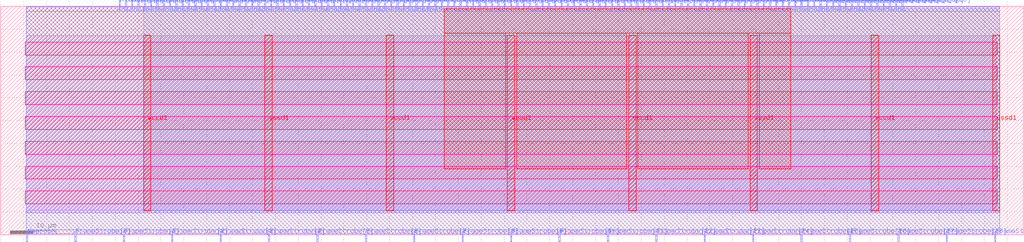
<source format=lef>
VERSION 5.7 ;
  NOWIREEXTENSIONATPIN ON ;
  DIVIDERCHAR "/" ;
  BUSBITCHARS "[]" ;
MACRO S_term_DSP
  CLASS BLOCK ;
  FOREIGN S_term_DSP ;
  ORIGIN 0.000 0.000 ;
  SIZE 223.500 BY 50.000 ;
  PIN FrameStrobe[0]
    DIRECTION INPUT ;
    USE SIGNAL ;
    ANTENNAGATEAREA 0.196500 ;
    PORT
      LAYER met2 ;
        RECT 16.190 -1.500 16.470 0.800 ;
    END
  END FrameStrobe[0]
  PIN FrameStrobe[10]
    DIRECTION INPUT ;
    USE SIGNAL ;
    ANTENNAGATEAREA 0.196500 ;
    PORT
      LAYER met2 ;
        RECT 121.990 -1.500 122.270 0.800 ;
    END
  END FrameStrobe[10]
  PIN FrameStrobe[11]
    DIRECTION INPUT ;
    USE SIGNAL ;
    ANTENNAGATEAREA 0.196500 ;
    PORT
      LAYER met2 ;
        RECT 132.570 -1.500 132.850 0.800 ;
    END
  END FrameStrobe[11]
  PIN FrameStrobe[12]
    DIRECTION INPUT ;
    USE SIGNAL ;
    ANTENNAGATEAREA 0.196500 ;
    PORT
      LAYER met2 ;
        RECT 143.150 -1.500 143.430 0.800 ;
    END
  END FrameStrobe[12]
  PIN FrameStrobe[13]
    DIRECTION INPUT ;
    USE SIGNAL ;
    ANTENNAGATEAREA 0.196500 ;
    PORT
      LAYER met2 ;
        RECT 153.730 -1.500 154.010 0.800 ;
    END
  END FrameStrobe[13]
  PIN FrameStrobe[14]
    DIRECTION INPUT ;
    USE SIGNAL ;
    ANTENNAGATEAREA 0.196500 ;
    PORT
      LAYER met2 ;
        RECT 164.310 -1.500 164.590 0.800 ;
    END
  END FrameStrobe[14]
  PIN FrameStrobe[15]
    DIRECTION INPUT ;
    USE SIGNAL ;
    ANTENNAGATEAREA 0.196500 ;
    PORT
      LAYER met2 ;
        RECT 174.890 -1.500 175.170 0.800 ;
    END
  END FrameStrobe[15]
  PIN FrameStrobe[16]
    DIRECTION INPUT ;
    USE SIGNAL ;
    ANTENNAGATEAREA 0.196500 ;
    PORT
      LAYER met2 ;
        RECT 185.470 -1.500 185.750 0.800 ;
    END
  END FrameStrobe[16]
  PIN FrameStrobe[17]
    DIRECTION INPUT ;
    USE SIGNAL ;
    ANTENNAGATEAREA 0.196500 ;
    PORT
      LAYER met2 ;
        RECT 196.050 -1.500 196.330 0.800 ;
    END
  END FrameStrobe[17]
  PIN FrameStrobe[18]
    DIRECTION INPUT ;
    USE SIGNAL ;
    ANTENNAGATEAREA 0.196500 ;
    PORT
      LAYER met2 ;
        RECT 206.630 -1.500 206.910 0.800 ;
    END
  END FrameStrobe[18]
  PIN FrameStrobe[19]
    DIRECTION INPUT ;
    USE SIGNAL ;
    ANTENNAGATEAREA 0.196500 ;
    PORT
      LAYER met2 ;
        RECT 217.210 -1.500 217.490 0.800 ;
    END
  END FrameStrobe[19]
  PIN FrameStrobe[1]
    DIRECTION INPUT ;
    USE SIGNAL ;
    ANTENNAGATEAREA 0.196500 ;
    PORT
      LAYER met2 ;
        RECT 26.770 -1.500 27.050 0.800 ;
    END
  END FrameStrobe[1]
  PIN FrameStrobe[2]
    DIRECTION INPUT ;
    USE SIGNAL ;
    ANTENNAGATEAREA 0.196500 ;
    PORT
      LAYER met2 ;
        RECT 37.350 -1.500 37.630 0.800 ;
    END
  END FrameStrobe[2]
  PIN FrameStrobe[3]
    DIRECTION INPUT ;
    USE SIGNAL ;
    ANTENNAGATEAREA 0.196500 ;
    PORT
      LAYER met2 ;
        RECT 47.930 -1.500 48.210 0.800 ;
    END
  END FrameStrobe[3]
  PIN FrameStrobe[4]
    DIRECTION INPUT ;
    USE SIGNAL ;
    ANTENNAGATEAREA 0.196500 ;
    PORT
      LAYER met2 ;
        RECT 58.510 -1.500 58.790 0.800 ;
    END
  END FrameStrobe[4]
  PIN FrameStrobe[5]
    DIRECTION INPUT ;
    USE SIGNAL ;
    ANTENNAGATEAREA 0.196500 ;
    PORT
      LAYER met2 ;
        RECT 69.090 -1.500 69.370 0.800 ;
    END
  END FrameStrobe[5]
  PIN FrameStrobe[6]
    DIRECTION INPUT ;
    USE SIGNAL ;
    ANTENNAGATEAREA 0.196500 ;
    PORT
      LAYER met2 ;
        RECT 79.670 -1.500 79.950 0.800 ;
    END
  END FrameStrobe[6]
  PIN FrameStrobe[7]
    DIRECTION INPUT ;
    USE SIGNAL ;
    ANTENNAGATEAREA 0.196500 ;
    PORT
      LAYER met2 ;
        RECT 90.250 -1.500 90.530 0.800 ;
    END
  END FrameStrobe[7]
  PIN FrameStrobe[8]
    DIRECTION INPUT ;
    USE SIGNAL ;
    ANTENNAGATEAREA 0.196500 ;
    PORT
      LAYER met2 ;
        RECT 100.830 -1.500 101.110 0.800 ;
    END
  END FrameStrobe[8]
  PIN FrameStrobe[9]
    DIRECTION INPUT ;
    USE SIGNAL ;
    ANTENNAGATEAREA 0.196500 ;
    PORT
      LAYER met2 ;
        RECT 111.410 -1.500 111.690 0.800 ;
    END
  END FrameStrobe[9]
  PIN FrameStrobe_O[0]
    DIRECTION OUTPUT TRISTATE ;
    USE SIGNAL ;
    ANTENNADIFFAREA 0.795200 ;
    PORT
      LAYER met2 ;
        RECT 170.750 49.200 171.030 51.500 ;
    END
  END FrameStrobe_O[0]
  PIN FrameStrobe_O[10]
    DIRECTION OUTPUT TRISTATE ;
    USE SIGNAL ;
    ANTENNADIFFAREA 0.795200 ;
    PORT
      LAYER met2 ;
        RECT 184.550 49.200 184.830 51.500 ;
    END
  END FrameStrobe_O[10]
  PIN FrameStrobe_O[11]
    DIRECTION OUTPUT TRISTATE ;
    USE SIGNAL ;
    ANTENNADIFFAREA 0.795200 ;
    PORT
      LAYER met2 ;
        RECT 185.930 49.200 186.210 51.500 ;
    END
  END FrameStrobe_O[11]
  PIN FrameStrobe_O[12]
    DIRECTION OUTPUT TRISTATE ;
    USE SIGNAL ;
    ANTENNADIFFAREA 0.795200 ;
    PORT
      LAYER met2 ;
        RECT 187.310 49.200 187.590 51.500 ;
    END
  END FrameStrobe_O[12]
  PIN FrameStrobe_O[13]
    DIRECTION OUTPUT TRISTATE ;
    USE SIGNAL ;
    ANTENNADIFFAREA 0.795200 ;
    PORT
      LAYER met2 ;
        RECT 188.690 49.200 188.970 51.500 ;
    END
  END FrameStrobe_O[13]
  PIN FrameStrobe_O[14]
    DIRECTION OUTPUT TRISTATE ;
    USE SIGNAL ;
    ANTENNADIFFAREA 0.795200 ;
    PORT
      LAYER met2 ;
        RECT 190.070 49.200 190.350 51.500 ;
    END
  END FrameStrobe_O[14]
  PIN FrameStrobe_O[15]
    DIRECTION OUTPUT TRISTATE ;
    USE SIGNAL ;
    ANTENNADIFFAREA 0.795200 ;
    PORT
      LAYER met2 ;
        RECT 191.450 49.200 191.730 51.500 ;
    END
  END FrameStrobe_O[15]
  PIN FrameStrobe_O[16]
    DIRECTION OUTPUT TRISTATE ;
    USE SIGNAL ;
    ANTENNADIFFAREA 0.795200 ;
    PORT
      LAYER met2 ;
        RECT 192.830 49.200 193.110 51.500 ;
    END
  END FrameStrobe_O[16]
  PIN FrameStrobe_O[17]
    DIRECTION OUTPUT TRISTATE ;
    USE SIGNAL ;
    ANTENNADIFFAREA 0.795200 ;
    PORT
      LAYER met2 ;
        RECT 194.210 49.200 194.490 51.500 ;
    END
  END FrameStrobe_O[17]
  PIN FrameStrobe_O[18]
    DIRECTION OUTPUT TRISTATE ;
    USE SIGNAL ;
    ANTENNADIFFAREA 0.795200 ;
    PORT
      LAYER met2 ;
        RECT 195.590 49.200 195.870 51.500 ;
    END
  END FrameStrobe_O[18]
  PIN FrameStrobe_O[19]
    DIRECTION OUTPUT TRISTATE ;
    USE SIGNAL ;
    ANTENNADIFFAREA 0.795200 ;
    PORT
      LAYER met2 ;
        RECT 196.970 49.200 197.250 51.500 ;
    END
  END FrameStrobe_O[19]
  PIN FrameStrobe_O[1]
    DIRECTION OUTPUT TRISTATE ;
    USE SIGNAL ;
    ANTENNADIFFAREA 0.795200 ;
    PORT
      LAYER met2 ;
        RECT 172.130 49.200 172.410 51.500 ;
    END
  END FrameStrobe_O[1]
  PIN FrameStrobe_O[2]
    DIRECTION OUTPUT TRISTATE ;
    USE SIGNAL ;
    ANTENNADIFFAREA 0.795200 ;
    PORT
      LAYER met2 ;
        RECT 173.510 49.200 173.790 51.500 ;
    END
  END FrameStrobe_O[2]
  PIN FrameStrobe_O[3]
    DIRECTION OUTPUT TRISTATE ;
    USE SIGNAL ;
    ANTENNADIFFAREA 0.795200 ;
    PORT
      LAYER met2 ;
        RECT 174.890 49.200 175.170 51.500 ;
    END
  END FrameStrobe_O[3]
  PIN FrameStrobe_O[4]
    DIRECTION OUTPUT TRISTATE ;
    USE SIGNAL ;
    ANTENNADIFFAREA 0.795200 ;
    PORT
      LAYER met2 ;
        RECT 176.270 49.200 176.550 51.500 ;
    END
  END FrameStrobe_O[4]
  PIN FrameStrobe_O[5]
    DIRECTION OUTPUT TRISTATE ;
    USE SIGNAL ;
    ANTENNADIFFAREA 0.795200 ;
    PORT
      LAYER met2 ;
        RECT 177.650 49.200 177.930 51.500 ;
    END
  END FrameStrobe_O[5]
  PIN FrameStrobe_O[6]
    DIRECTION OUTPUT TRISTATE ;
    USE SIGNAL ;
    ANTENNADIFFAREA 0.795200 ;
    PORT
      LAYER met2 ;
        RECT 179.030 49.200 179.310 51.500 ;
    END
  END FrameStrobe_O[6]
  PIN FrameStrobe_O[7]
    DIRECTION OUTPUT TRISTATE ;
    USE SIGNAL ;
    ANTENNADIFFAREA 0.795200 ;
    PORT
      LAYER met2 ;
        RECT 180.410 49.200 180.690 51.500 ;
    END
  END FrameStrobe_O[7]
  PIN FrameStrobe_O[8]
    DIRECTION OUTPUT TRISTATE ;
    USE SIGNAL ;
    ANTENNADIFFAREA 0.795200 ;
    PORT
      LAYER met2 ;
        RECT 181.790 49.200 182.070 51.500 ;
    END
  END FrameStrobe_O[8]
  PIN FrameStrobe_O[9]
    DIRECTION OUTPUT TRISTATE ;
    USE SIGNAL ;
    ANTENNADIFFAREA 0.795200 ;
    PORT
      LAYER met2 ;
        RECT 183.170 49.200 183.450 51.500 ;
    END
  END FrameStrobe_O[9]
  PIN N1BEG[0]
    DIRECTION OUTPUT TRISTATE ;
    USE SIGNAL ;
    ANTENNADIFFAREA 0.445500 ;
    PORT
      LAYER met2 ;
        RECT 25.850 49.200 26.130 51.500 ;
    END
  END N1BEG[0]
  PIN N1BEG[1]
    DIRECTION OUTPUT TRISTATE ;
    USE SIGNAL ;
    ANTENNADIFFAREA 0.795200 ;
    PORT
      LAYER met2 ;
        RECT 27.230 49.200 27.510 51.500 ;
    END
  END N1BEG[1]
  PIN N1BEG[2]
    DIRECTION OUTPUT TRISTATE ;
    USE SIGNAL ;
    ANTENNADIFFAREA 0.795200 ;
    PORT
      LAYER met2 ;
        RECT 28.610 49.200 28.890 51.500 ;
    END
  END N1BEG[2]
  PIN N1BEG[3]
    DIRECTION OUTPUT TRISTATE ;
    USE SIGNAL ;
    ANTENNADIFFAREA 0.795200 ;
    PORT
      LAYER met2 ;
        RECT 29.990 49.200 30.270 51.500 ;
    END
  END N1BEG[3]
  PIN N2BEG[0]
    DIRECTION OUTPUT TRISTATE ;
    USE SIGNAL ;
    ANTENNADIFFAREA 0.445500 ;
    PORT
      LAYER met2 ;
        RECT 31.370 49.200 31.650 51.500 ;
    END
  END N2BEG[0]
  PIN N2BEG[1]
    DIRECTION OUTPUT TRISTATE ;
    USE SIGNAL ;
    ANTENNADIFFAREA 0.795200 ;
    PORT
      LAYER met2 ;
        RECT 32.750 49.200 33.030 51.500 ;
    END
  END N2BEG[1]
  PIN N2BEG[2]
    DIRECTION OUTPUT TRISTATE ;
    USE SIGNAL ;
    ANTENNADIFFAREA 0.795200 ;
    PORT
      LAYER met2 ;
        RECT 34.130 49.200 34.410 51.500 ;
    END
  END N2BEG[2]
  PIN N2BEG[3]
    DIRECTION OUTPUT TRISTATE ;
    USE SIGNAL ;
    ANTENNADIFFAREA 0.795200 ;
    PORT
      LAYER met2 ;
        RECT 35.510 49.200 35.790 51.500 ;
    END
  END N2BEG[3]
  PIN N2BEG[4]
    DIRECTION OUTPUT TRISTATE ;
    USE SIGNAL ;
    ANTENNADIFFAREA 0.445500 ;
    PORT
      LAYER met2 ;
        RECT 36.890 49.200 37.170 51.500 ;
    END
  END N2BEG[4]
  PIN N2BEG[5]
    DIRECTION OUTPUT TRISTATE ;
    USE SIGNAL ;
    ANTENNADIFFAREA 0.445500 ;
    PORT
      LAYER met2 ;
        RECT 38.270 49.200 38.550 51.500 ;
    END
  END N2BEG[5]
  PIN N2BEG[6]
    DIRECTION OUTPUT TRISTATE ;
    USE SIGNAL ;
    ANTENNADIFFAREA 0.445500 ;
    PORT
      LAYER met2 ;
        RECT 39.650 49.200 39.930 51.500 ;
    END
  END N2BEG[6]
  PIN N2BEG[7]
    DIRECTION OUTPUT TRISTATE ;
    USE SIGNAL ;
    ANTENNADIFFAREA 0.795200 ;
    PORT
      LAYER met2 ;
        RECT 41.030 49.200 41.310 51.500 ;
    END
  END N2BEG[7]
  PIN N2BEGb[0]
    DIRECTION OUTPUT TRISTATE ;
    USE SIGNAL ;
    ANTENNADIFFAREA 0.795200 ;
    PORT
      LAYER met2 ;
        RECT 42.410 49.200 42.690 51.500 ;
    END
  END N2BEGb[0]
  PIN N2BEGb[1]
    DIRECTION OUTPUT TRISTATE ;
    USE SIGNAL ;
    ANTENNADIFFAREA 0.795200 ;
    PORT
      LAYER met2 ;
        RECT 43.790 49.200 44.070 51.500 ;
    END
  END N2BEGb[1]
  PIN N2BEGb[2]
    DIRECTION OUTPUT TRISTATE ;
    USE SIGNAL ;
    ANTENNADIFFAREA 0.445500 ;
    PORT
      LAYER met2 ;
        RECT 45.170 49.200 45.450 51.500 ;
    END
  END N2BEGb[2]
  PIN N2BEGb[3]
    DIRECTION OUTPUT TRISTATE ;
    USE SIGNAL ;
    ANTENNADIFFAREA 0.795200 ;
    PORT
      LAYER met2 ;
        RECT 46.550 49.200 46.830 51.500 ;
    END
  END N2BEGb[3]
  PIN N2BEGb[4]
    DIRECTION OUTPUT TRISTATE ;
    USE SIGNAL ;
    ANTENNADIFFAREA 0.795200 ;
    PORT
      LAYER met2 ;
        RECT 47.930 49.200 48.210 51.500 ;
    END
  END N2BEGb[4]
  PIN N2BEGb[5]
    DIRECTION OUTPUT TRISTATE ;
    USE SIGNAL ;
    ANTENNADIFFAREA 0.795200 ;
    PORT
      LAYER met2 ;
        RECT 49.310 49.200 49.590 51.500 ;
    END
  END N2BEGb[5]
  PIN N2BEGb[6]
    DIRECTION OUTPUT TRISTATE ;
    USE SIGNAL ;
    ANTENNADIFFAREA 0.445500 ;
    PORT
      LAYER met2 ;
        RECT 50.690 49.200 50.970 51.500 ;
    END
  END N2BEGb[6]
  PIN N2BEGb[7]
    DIRECTION OUTPUT TRISTATE ;
    USE SIGNAL ;
    ANTENNADIFFAREA 0.795200 ;
    PORT
      LAYER met2 ;
        RECT 52.070 49.200 52.350 51.500 ;
    END
  END N2BEGb[7]
  PIN N4BEG[0]
    DIRECTION OUTPUT TRISTATE ;
    USE SIGNAL ;
    ANTENNADIFFAREA 0.445500 ;
    PORT
      LAYER met2 ;
        RECT 53.450 49.200 53.730 51.500 ;
    END
  END N4BEG[0]
  PIN N4BEG[10]
    DIRECTION OUTPUT TRISTATE ;
    USE SIGNAL ;
    ANTENNADIFFAREA 0.795200 ;
    PORT
      LAYER met2 ;
        RECT 67.250 49.200 67.530 51.500 ;
    END
  END N4BEG[10]
  PIN N4BEG[11]
    DIRECTION OUTPUT TRISTATE ;
    USE SIGNAL ;
    ANTENNADIFFAREA 0.445500 ;
    PORT
      LAYER met2 ;
        RECT 68.630 49.200 68.910 51.500 ;
    END
  END N4BEG[11]
  PIN N4BEG[12]
    DIRECTION OUTPUT TRISTATE ;
    USE SIGNAL ;
    ANTENNADIFFAREA 0.795200 ;
    PORT
      LAYER met2 ;
        RECT 70.010 49.200 70.290 51.500 ;
    END
  END N4BEG[12]
  PIN N4BEG[13]
    DIRECTION OUTPUT TRISTATE ;
    USE SIGNAL ;
    ANTENNADIFFAREA 0.795200 ;
    PORT
      LAYER met2 ;
        RECT 71.390 49.200 71.670 51.500 ;
    END
  END N4BEG[13]
  PIN N4BEG[14]
    DIRECTION OUTPUT TRISTATE ;
    USE SIGNAL ;
    ANTENNADIFFAREA 0.445500 ;
    PORT
      LAYER met2 ;
        RECT 72.770 49.200 73.050 51.500 ;
    END
  END N4BEG[14]
  PIN N4BEG[15]
    DIRECTION OUTPUT TRISTATE ;
    USE SIGNAL ;
    ANTENNADIFFAREA 0.795200 ;
    PORT
      LAYER met2 ;
        RECT 74.150 49.200 74.430 51.500 ;
    END
  END N4BEG[15]
  PIN N4BEG[1]
    DIRECTION OUTPUT TRISTATE ;
    USE SIGNAL ;
    ANTENNADIFFAREA 0.795200 ;
    PORT
      LAYER met2 ;
        RECT 54.830 49.200 55.110 51.500 ;
    END
  END N4BEG[1]
  PIN N4BEG[2]
    DIRECTION OUTPUT TRISTATE ;
    USE SIGNAL ;
    ANTENNADIFFAREA 0.795200 ;
    PORT
      LAYER met2 ;
        RECT 56.210 49.200 56.490 51.500 ;
    END
  END N4BEG[2]
  PIN N4BEG[3]
    DIRECTION OUTPUT TRISTATE ;
    USE SIGNAL ;
    ANTENNADIFFAREA 0.445500 ;
    PORT
      LAYER met2 ;
        RECT 57.590 49.200 57.870 51.500 ;
    END
  END N4BEG[3]
  PIN N4BEG[4]
    DIRECTION OUTPUT TRISTATE ;
    USE SIGNAL ;
    ANTENNADIFFAREA 0.795200 ;
    PORT
      LAYER met2 ;
        RECT 58.970 49.200 59.250 51.500 ;
    END
  END N4BEG[4]
  PIN N4BEG[5]
    DIRECTION OUTPUT TRISTATE ;
    USE SIGNAL ;
    ANTENNADIFFAREA 0.445500 ;
    PORT
      LAYER met2 ;
        RECT 60.350 49.200 60.630 51.500 ;
    END
  END N4BEG[5]
  PIN N4BEG[6]
    DIRECTION OUTPUT TRISTATE ;
    USE SIGNAL ;
    ANTENNADIFFAREA 0.795200 ;
    PORT
      LAYER met2 ;
        RECT 61.730 49.200 62.010 51.500 ;
    END
  END N4BEG[6]
  PIN N4BEG[7]
    DIRECTION OUTPUT TRISTATE ;
    USE SIGNAL ;
    ANTENNADIFFAREA 0.795200 ;
    PORT
      LAYER met2 ;
        RECT 63.110 49.200 63.390 51.500 ;
    END
  END N4BEG[7]
  PIN N4BEG[8]
    DIRECTION OUTPUT TRISTATE ;
    USE SIGNAL ;
    ANTENNADIFFAREA 0.445500 ;
    PORT
      LAYER met2 ;
        RECT 64.490 49.200 64.770 51.500 ;
    END
  END N4BEG[8]
  PIN N4BEG[9]
    DIRECTION OUTPUT TRISTATE ;
    USE SIGNAL ;
    ANTENNADIFFAREA 0.445500 ;
    PORT
      LAYER met2 ;
        RECT 65.870 49.200 66.150 51.500 ;
    END
  END N4BEG[9]
  PIN NN4BEG[0]
    DIRECTION OUTPUT TRISTATE ;
    USE SIGNAL ;
    ANTENNADIFFAREA 0.795200 ;
    PORT
      LAYER met2 ;
        RECT 75.530 49.200 75.810 51.500 ;
    END
  END NN4BEG[0]
  PIN NN4BEG[10]
    DIRECTION OUTPUT TRISTATE ;
    USE SIGNAL ;
    ANTENNADIFFAREA 0.795200 ;
    PORT
      LAYER met2 ;
        RECT 89.330 49.200 89.610 51.500 ;
    END
  END NN4BEG[10]
  PIN NN4BEG[11]
    DIRECTION OUTPUT TRISTATE ;
    USE SIGNAL ;
    ANTENNADIFFAREA 0.795200 ;
    PORT
      LAYER met2 ;
        RECT 90.710 49.200 90.990 51.500 ;
    END
  END NN4BEG[11]
  PIN NN4BEG[12]
    DIRECTION OUTPUT TRISTATE ;
    USE SIGNAL ;
    ANTENNADIFFAREA 0.445500 ;
    PORT
      LAYER met2 ;
        RECT 92.090 49.200 92.370 51.500 ;
    END
  END NN4BEG[12]
  PIN NN4BEG[13]
    DIRECTION OUTPUT TRISTATE ;
    USE SIGNAL ;
    ANTENNADIFFAREA 0.445500 ;
    PORT
      LAYER met2 ;
        RECT 93.470 49.200 93.750 51.500 ;
    END
  END NN4BEG[13]
  PIN NN4BEG[14]
    DIRECTION OUTPUT TRISTATE ;
    USE SIGNAL ;
    ANTENNADIFFAREA 0.795200 ;
    PORT
      LAYER met2 ;
        RECT 94.850 49.200 95.130 51.500 ;
    END
  END NN4BEG[14]
  PIN NN4BEG[15]
    DIRECTION OUTPUT TRISTATE ;
    USE SIGNAL ;
    ANTENNADIFFAREA 0.795200 ;
    PORT
      LAYER met2 ;
        RECT 96.230 49.200 96.510 51.500 ;
    END
  END NN4BEG[15]
  PIN NN4BEG[1]
    DIRECTION OUTPUT TRISTATE ;
    USE SIGNAL ;
    ANTENNADIFFAREA 0.795200 ;
    PORT
      LAYER met2 ;
        RECT 76.910 49.200 77.190 51.500 ;
    END
  END NN4BEG[1]
  PIN NN4BEG[2]
    DIRECTION OUTPUT TRISTATE ;
    USE SIGNAL ;
    ANTENNADIFFAREA 0.445500 ;
    PORT
      LAYER met2 ;
        RECT 78.290 49.200 78.570 51.500 ;
    END
  END NN4BEG[2]
  PIN NN4BEG[3]
    DIRECTION OUTPUT TRISTATE ;
    USE SIGNAL ;
    ANTENNADIFFAREA 0.795200 ;
    PORT
      LAYER met2 ;
        RECT 79.670 49.200 79.950 51.500 ;
    END
  END NN4BEG[3]
  PIN NN4BEG[4]
    DIRECTION OUTPUT TRISTATE ;
    USE SIGNAL ;
    ANTENNADIFFAREA 0.445500 ;
    PORT
      LAYER met2 ;
        RECT 81.050 49.200 81.330 51.500 ;
    END
  END NN4BEG[4]
  PIN NN4BEG[5]
    DIRECTION OUTPUT TRISTATE ;
    USE SIGNAL ;
    ANTENNADIFFAREA 0.795200 ;
    PORT
      LAYER met2 ;
        RECT 82.430 49.200 82.710 51.500 ;
    END
  END NN4BEG[5]
  PIN NN4BEG[6]
    DIRECTION OUTPUT TRISTATE ;
    USE SIGNAL ;
    ANTENNADIFFAREA 0.795200 ;
    PORT
      LAYER met2 ;
        RECT 83.810 49.200 84.090 51.500 ;
    END
  END NN4BEG[6]
  PIN NN4BEG[7]
    DIRECTION OUTPUT TRISTATE ;
    USE SIGNAL ;
    ANTENNADIFFAREA 0.795200 ;
    PORT
      LAYER met2 ;
        RECT 85.190 49.200 85.470 51.500 ;
    END
  END NN4BEG[7]
  PIN NN4BEG[8]
    DIRECTION OUTPUT TRISTATE ;
    USE SIGNAL ;
    ANTENNADIFFAREA 0.445500 ;
    PORT
      LAYER met2 ;
        RECT 86.570 49.200 86.850 51.500 ;
    END
  END NN4BEG[8]
  PIN NN4BEG[9]
    DIRECTION OUTPUT TRISTATE ;
    USE SIGNAL ;
    ANTENNADIFFAREA 0.445500 ;
    PORT
      LAYER met2 ;
        RECT 87.950 49.200 88.230 51.500 ;
    END
  END NN4BEG[9]
  PIN S1END[0]
    DIRECTION INPUT ;
    USE SIGNAL ;
    ANTENNAGATEAREA 0.196500 ;
    PORT
      LAYER met2 ;
        RECT 97.610 49.200 97.890 51.500 ;
    END
  END S1END[0]
  PIN S1END[1]
    DIRECTION INPUT ;
    USE SIGNAL ;
    ANTENNAGATEAREA 0.196500 ;
    PORT
      LAYER met2 ;
        RECT 98.990 49.200 99.270 51.500 ;
    END
  END S1END[1]
  PIN S1END[2]
    DIRECTION INPUT ;
    USE SIGNAL ;
    ANTENNAGATEAREA 0.196500 ;
    PORT
      LAYER met2 ;
        RECT 100.370 49.200 100.650 51.500 ;
    END
  END S1END[2]
  PIN S1END[3]
    DIRECTION INPUT ;
    USE SIGNAL ;
    ANTENNAGATEAREA 0.196500 ;
    PORT
      LAYER met2 ;
        RECT 101.750 49.200 102.030 51.500 ;
    END
  END S1END[3]
  PIN S2END[0]
    DIRECTION INPUT ;
    USE SIGNAL ;
    ANTENNAGATEAREA 0.196500 ;
    PORT
      LAYER met2 ;
        RECT 103.130 49.200 103.410 51.500 ;
    END
  END S2END[0]
  PIN S2END[1]
    DIRECTION INPUT ;
    USE SIGNAL ;
    ANTENNAGATEAREA 0.196500 ;
    PORT
      LAYER met2 ;
        RECT 104.510 49.200 104.790 51.500 ;
    END
  END S2END[1]
  PIN S2END[2]
    DIRECTION INPUT ;
    USE SIGNAL ;
    ANTENNAGATEAREA 0.196500 ;
    PORT
      LAYER met2 ;
        RECT 105.890 49.200 106.170 51.500 ;
    END
  END S2END[2]
  PIN S2END[3]
    DIRECTION INPUT ;
    USE SIGNAL ;
    ANTENNAGATEAREA 0.196500 ;
    PORT
      LAYER met2 ;
        RECT 107.270 49.200 107.550 51.500 ;
    END
  END S2END[3]
  PIN S2END[4]
    DIRECTION INPUT ;
    USE SIGNAL ;
    ANTENNAGATEAREA 0.196500 ;
    PORT
      LAYER met2 ;
        RECT 108.650 49.200 108.930 51.500 ;
    END
  END S2END[4]
  PIN S2END[5]
    DIRECTION INPUT ;
    USE SIGNAL ;
    ANTENNAGATEAREA 0.196500 ;
    PORT
      LAYER met2 ;
        RECT 110.030 49.200 110.310 51.500 ;
    END
  END S2END[5]
  PIN S2END[6]
    DIRECTION INPUT ;
    USE SIGNAL ;
    ANTENNAGATEAREA 0.196500 ;
    PORT
      LAYER met2 ;
        RECT 111.410 49.200 111.690 51.500 ;
    END
  END S2END[6]
  PIN S2END[7]
    DIRECTION INPUT ;
    USE SIGNAL ;
    ANTENNAGATEAREA 0.196500 ;
    PORT
      LAYER met2 ;
        RECT 112.790 49.200 113.070 51.500 ;
    END
  END S2END[7]
  PIN S2MID[0]
    DIRECTION INPUT ;
    USE SIGNAL ;
    ANTENNAGATEAREA 0.196500 ;
    PORT
      LAYER met2 ;
        RECT 114.170 49.200 114.450 51.500 ;
    END
  END S2MID[0]
  PIN S2MID[1]
    DIRECTION INPUT ;
    USE SIGNAL ;
    ANTENNAGATEAREA 0.196500 ;
    PORT
      LAYER met2 ;
        RECT 115.550 49.200 115.830 51.500 ;
    END
  END S2MID[1]
  PIN S2MID[2]
    DIRECTION INPUT ;
    USE SIGNAL ;
    ANTENNAGATEAREA 0.196500 ;
    PORT
      LAYER met2 ;
        RECT 116.930 49.200 117.210 51.500 ;
    END
  END S2MID[2]
  PIN S2MID[3]
    DIRECTION INPUT ;
    USE SIGNAL ;
    ANTENNAGATEAREA 0.196500 ;
    PORT
      LAYER met2 ;
        RECT 118.310 49.200 118.590 51.500 ;
    END
  END S2MID[3]
  PIN S2MID[4]
    DIRECTION INPUT ;
    USE SIGNAL ;
    ANTENNAGATEAREA 0.196500 ;
    PORT
      LAYER met2 ;
        RECT 119.690 49.200 119.970 51.500 ;
    END
  END S2MID[4]
  PIN S2MID[5]
    DIRECTION INPUT ;
    USE SIGNAL ;
    ANTENNAGATEAREA 0.196500 ;
    PORT
      LAYER met2 ;
        RECT 121.070 49.200 121.350 51.500 ;
    END
  END S2MID[5]
  PIN S2MID[6]
    DIRECTION INPUT ;
    USE SIGNAL ;
    ANTENNAGATEAREA 0.196500 ;
    PORT
      LAYER met2 ;
        RECT 122.450 49.200 122.730 51.500 ;
    END
  END S2MID[6]
  PIN S2MID[7]
    DIRECTION INPUT ;
    USE SIGNAL ;
    ANTENNAGATEAREA 0.196500 ;
    PORT
      LAYER met2 ;
        RECT 123.830 49.200 124.110 51.500 ;
    END
  END S2MID[7]
  PIN S4END[0]
    DIRECTION INPUT ;
    USE SIGNAL ;
    ANTENNAGATEAREA 0.196500 ;
    PORT
      LAYER met2 ;
        RECT 125.210 49.200 125.490 51.500 ;
    END
  END S4END[0]
  PIN S4END[10]
    DIRECTION INPUT ;
    USE SIGNAL ;
    ANTENNAGATEAREA 0.196500 ;
    PORT
      LAYER met2 ;
        RECT 139.010 49.200 139.290 51.500 ;
    END
  END S4END[10]
  PIN S4END[11]
    DIRECTION INPUT ;
    USE SIGNAL ;
    ANTENNAGATEAREA 0.196500 ;
    PORT
      LAYER met2 ;
        RECT 140.390 49.200 140.670 51.500 ;
    END
  END S4END[11]
  PIN S4END[12]
    DIRECTION INPUT ;
    USE SIGNAL ;
    ANTENNAGATEAREA 0.196500 ;
    PORT
      LAYER met2 ;
        RECT 141.770 49.200 142.050 51.500 ;
    END
  END S4END[12]
  PIN S4END[13]
    DIRECTION INPUT ;
    USE SIGNAL ;
    ANTENNAGATEAREA 0.196500 ;
    PORT
      LAYER met2 ;
        RECT 143.150 49.200 143.430 51.500 ;
    END
  END S4END[13]
  PIN S4END[14]
    DIRECTION INPUT ;
    USE SIGNAL ;
    ANTENNAGATEAREA 0.196500 ;
    PORT
      LAYER met2 ;
        RECT 144.530 49.200 144.810 51.500 ;
    END
  END S4END[14]
  PIN S4END[15]
    DIRECTION INPUT ;
    USE SIGNAL ;
    ANTENNAGATEAREA 0.196500 ;
    PORT
      LAYER met2 ;
        RECT 145.910 49.200 146.190 51.500 ;
    END
  END S4END[15]
  PIN S4END[1]
    DIRECTION INPUT ;
    USE SIGNAL ;
    ANTENNAGATEAREA 0.196500 ;
    PORT
      LAYER met2 ;
        RECT 126.590 49.200 126.870 51.500 ;
    END
  END S4END[1]
  PIN S4END[2]
    DIRECTION INPUT ;
    USE SIGNAL ;
    ANTENNAGATEAREA 0.196500 ;
    PORT
      LAYER met2 ;
        RECT 127.970 49.200 128.250 51.500 ;
    END
  END S4END[2]
  PIN S4END[3]
    DIRECTION INPUT ;
    USE SIGNAL ;
    ANTENNAGATEAREA 0.196500 ;
    PORT
      LAYER met2 ;
        RECT 129.350 49.200 129.630 51.500 ;
    END
  END S4END[3]
  PIN S4END[4]
    DIRECTION INPUT ;
    USE SIGNAL ;
    ANTENNAGATEAREA 0.196500 ;
    PORT
      LAYER met2 ;
        RECT 130.730 49.200 131.010 51.500 ;
    END
  END S4END[4]
  PIN S4END[5]
    DIRECTION INPUT ;
    USE SIGNAL ;
    ANTENNAGATEAREA 0.196500 ;
    PORT
      LAYER met2 ;
        RECT 132.110 49.200 132.390 51.500 ;
    END
  END S4END[5]
  PIN S4END[6]
    DIRECTION INPUT ;
    USE SIGNAL ;
    ANTENNAGATEAREA 0.196500 ;
    PORT
      LAYER met2 ;
        RECT 133.490 49.200 133.770 51.500 ;
    END
  END S4END[6]
  PIN S4END[7]
    DIRECTION INPUT ;
    USE SIGNAL ;
    ANTENNAGATEAREA 0.196500 ;
    PORT
      LAYER met2 ;
        RECT 134.870 49.200 135.150 51.500 ;
    END
  END S4END[7]
  PIN S4END[8]
    DIRECTION INPUT ;
    USE SIGNAL ;
    ANTENNAGATEAREA 0.196500 ;
    PORT
      LAYER met2 ;
        RECT 136.250 49.200 136.530 51.500 ;
    END
  END S4END[8]
  PIN S4END[9]
    DIRECTION INPUT ;
    USE SIGNAL ;
    ANTENNAGATEAREA 0.196500 ;
    PORT
      LAYER met2 ;
        RECT 137.630 49.200 137.910 51.500 ;
    END
  END S4END[9]
  PIN SS4END[0]
    DIRECTION INPUT ;
    USE SIGNAL ;
    ANTENNAGATEAREA 0.196500 ;
    PORT
      LAYER met2 ;
        RECT 147.290 49.200 147.570 51.500 ;
    END
  END SS4END[0]
  PIN SS4END[10]
    DIRECTION INPUT ;
    USE SIGNAL ;
    ANTENNAGATEAREA 0.196500 ;
    PORT
      LAYER met2 ;
        RECT 161.090 49.200 161.370 51.500 ;
    END
  END SS4END[10]
  PIN SS4END[11]
    DIRECTION INPUT ;
    USE SIGNAL ;
    ANTENNAGATEAREA 0.196500 ;
    PORT
      LAYER met2 ;
        RECT 162.470 49.200 162.750 51.500 ;
    END
  END SS4END[11]
  PIN SS4END[12]
    DIRECTION INPUT ;
    USE SIGNAL ;
    ANTENNAGATEAREA 0.196500 ;
    PORT
      LAYER met2 ;
        RECT 163.850 49.200 164.130 51.500 ;
    END
  END SS4END[12]
  PIN SS4END[13]
    DIRECTION INPUT ;
    USE SIGNAL ;
    ANTENNAGATEAREA 0.196500 ;
    PORT
      LAYER met2 ;
        RECT 165.230 49.200 165.510 51.500 ;
    END
  END SS4END[13]
  PIN SS4END[14]
    DIRECTION INPUT ;
    USE SIGNAL ;
    ANTENNAGATEAREA 0.196500 ;
    PORT
      LAYER met2 ;
        RECT 166.610 49.200 166.890 51.500 ;
    END
  END SS4END[14]
  PIN SS4END[15]
    DIRECTION INPUT ;
    USE SIGNAL ;
    ANTENNAGATEAREA 0.196500 ;
    PORT
      LAYER met2 ;
        RECT 167.990 49.200 168.270 51.500 ;
    END
  END SS4END[15]
  PIN SS4END[1]
    DIRECTION INPUT ;
    USE SIGNAL ;
    ANTENNAGATEAREA 0.196500 ;
    PORT
      LAYER met2 ;
        RECT 148.670 49.200 148.950 51.500 ;
    END
  END SS4END[1]
  PIN SS4END[2]
    DIRECTION INPUT ;
    USE SIGNAL ;
    ANTENNAGATEAREA 0.196500 ;
    PORT
      LAYER met2 ;
        RECT 150.050 49.200 150.330 51.500 ;
    END
  END SS4END[2]
  PIN SS4END[3]
    DIRECTION INPUT ;
    USE SIGNAL ;
    ANTENNAGATEAREA 0.196500 ;
    PORT
      LAYER met2 ;
        RECT 151.430 49.200 151.710 51.500 ;
    END
  END SS4END[3]
  PIN SS4END[4]
    DIRECTION INPUT ;
    USE SIGNAL ;
    ANTENNAGATEAREA 0.196500 ;
    PORT
      LAYER met2 ;
        RECT 152.810 49.200 153.090 51.500 ;
    END
  END SS4END[4]
  PIN SS4END[5]
    DIRECTION INPUT ;
    USE SIGNAL ;
    ANTENNAGATEAREA 0.196500 ;
    PORT
      LAYER met2 ;
        RECT 154.190 49.200 154.470 51.500 ;
    END
  END SS4END[5]
  PIN SS4END[6]
    DIRECTION INPUT ;
    USE SIGNAL ;
    ANTENNAGATEAREA 0.196500 ;
    PORT
      LAYER met2 ;
        RECT 155.570 49.200 155.850 51.500 ;
    END
  END SS4END[6]
  PIN SS4END[7]
    DIRECTION INPUT ;
    USE SIGNAL ;
    ANTENNAGATEAREA 0.196500 ;
    PORT
      LAYER met2 ;
        RECT 156.950 49.200 157.230 51.500 ;
    END
  END SS4END[7]
  PIN SS4END[8]
    DIRECTION INPUT ;
    USE SIGNAL ;
    ANTENNAGATEAREA 0.196500 ;
    PORT
      LAYER met2 ;
        RECT 158.330 49.200 158.610 51.500 ;
    END
  END SS4END[8]
  PIN SS4END[9]
    DIRECTION INPUT ;
    USE SIGNAL ;
    ANTENNAGATEAREA 0.196500 ;
    PORT
      LAYER met2 ;
        RECT 159.710 49.200 159.990 51.500 ;
    END
  END SS4END[9]
  PIN UserCLK
    DIRECTION INPUT ;
    USE SIGNAL ;
    ANTENNAGATEAREA 0.196500 ;
    PORT
      LAYER met2 ;
        RECT 5.610 -1.500 5.890 0.800 ;
    END
  END UserCLK
  PIN UserCLKo
    DIRECTION OUTPUT TRISTATE ;
    USE SIGNAL ;
    ANTENNADIFFAREA 0.445500 ;
    PORT
      LAYER met2 ;
        RECT 169.370 49.200 169.650 51.500 ;
    END
  END UserCLKo
  PIN vccd1
    DIRECTION INOUT ;
    USE POWER ;
    PORT
      LAYER met4 ;
        RECT 31.225 5.200 32.825 43.760 ;
    END
    PORT
      LAYER met4 ;
        RECT 84.240 5.200 85.840 43.760 ;
    END
    PORT
      LAYER met4 ;
        RECT 137.255 5.200 138.855 43.760 ;
    END
    PORT
      LAYER met4 ;
        RECT 190.270 5.200 191.870 43.760 ;
    END
  END vccd1
  PIN vssd1
    DIRECTION INOUT ;
    USE GROUND ;
    PORT
      LAYER met4 ;
        RECT 57.730 5.200 59.330 43.760 ;
    END
    PORT
      LAYER met4 ;
        RECT 110.745 5.200 112.345 43.760 ;
    END
    PORT
      LAYER met4 ;
        RECT 163.760 5.200 165.360 43.760 ;
    END
    PORT
      LAYER met4 ;
        RECT 216.775 5.200 218.375 43.760 ;
    END
  END vssd1
  OBS
      LAYER nwell ;
        RECT 5.330 39.385 217.770 42.215 ;
        RECT 5.330 33.945 217.770 36.775 ;
        RECT 5.330 28.505 217.770 31.335 ;
        RECT 5.330 23.065 217.770 25.895 ;
        RECT 5.330 17.625 217.770 20.455 ;
        RECT 5.330 12.185 217.770 15.015 ;
        RECT 5.330 6.745 217.770 9.575 ;
      LAYER li1 ;
        RECT 5.520 5.355 217.580 43.605 ;
      LAYER met1 ;
        RECT 5.520 4.800 218.375 49.940 ;
      LAYER met2 ;
        RECT 5.620 48.920 25.570 49.970 ;
        RECT 26.410 48.920 26.950 49.970 ;
        RECT 27.790 48.920 28.330 49.970 ;
        RECT 29.170 48.920 29.710 49.970 ;
        RECT 30.550 48.920 31.090 49.970 ;
        RECT 31.930 48.920 32.470 49.970 ;
        RECT 33.310 48.920 33.850 49.970 ;
        RECT 34.690 48.920 35.230 49.970 ;
        RECT 36.070 48.920 36.610 49.970 ;
        RECT 37.450 48.920 37.990 49.970 ;
        RECT 38.830 48.920 39.370 49.970 ;
        RECT 40.210 48.920 40.750 49.970 ;
        RECT 41.590 48.920 42.130 49.970 ;
        RECT 42.970 48.920 43.510 49.970 ;
        RECT 44.350 48.920 44.890 49.970 ;
        RECT 45.730 48.920 46.270 49.970 ;
        RECT 47.110 48.920 47.650 49.970 ;
        RECT 48.490 48.920 49.030 49.970 ;
        RECT 49.870 48.920 50.410 49.970 ;
        RECT 51.250 48.920 51.790 49.970 ;
        RECT 52.630 48.920 53.170 49.970 ;
        RECT 54.010 48.920 54.550 49.970 ;
        RECT 55.390 48.920 55.930 49.970 ;
        RECT 56.770 48.920 57.310 49.970 ;
        RECT 58.150 48.920 58.690 49.970 ;
        RECT 59.530 48.920 60.070 49.970 ;
        RECT 60.910 48.920 61.450 49.970 ;
        RECT 62.290 48.920 62.830 49.970 ;
        RECT 63.670 48.920 64.210 49.970 ;
        RECT 65.050 48.920 65.590 49.970 ;
        RECT 66.430 48.920 66.970 49.970 ;
        RECT 67.810 48.920 68.350 49.970 ;
        RECT 69.190 48.920 69.730 49.970 ;
        RECT 70.570 48.920 71.110 49.970 ;
        RECT 71.950 48.920 72.490 49.970 ;
        RECT 73.330 48.920 73.870 49.970 ;
        RECT 74.710 48.920 75.250 49.970 ;
        RECT 76.090 48.920 76.630 49.970 ;
        RECT 77.470 48.920 78.010 49.970 ;
        RECT 78.850 48.920 79.390 49.970 ;
        RECT 80.230 48.920 80.770 49.970 ;
        RECT 81.610 48.920 82.150 49.970 ;
        RECT 82.990 48.920 83.530 49.970 ;
        RECT 84.370 48.920 84.910 49.970 ;
        RECT 85.750 48.920 86.290 49.970 ;
        RECT 87.130 48.920 87.670 49.970 ;
        RECT 88.510 48.920 89.050 49.970 ;
        RECT 89.890 48.920 90.430 49.970 ;
        RECT 91.270 48.920 91.810 49.970 ;
        RECT 92.650 48.920 93.190 49.970 ;
        RECT 94.030 48.920 94.570 49.970 ;
        RECT 95.410 48.920 95.950 49.970 ;
        RECT 96.790 48.920 97.330 49.970 ;
        RECT 98.170 48.920 98.710 49.970 ;
        RECT 99.550 48.920 100.090 49.970 ;
        RECT 100.930 48.920 101.470 49.970 ;
        RECT 102.310 48.920 102.850 49.970 ;
        RECT 103.690 48.920 104.230 49.970 ;
        RECT 105.070 48.920 105.610 49.970 ;
        RECT 106.450 48.920 106.990 49.970 ;
        RECT 107.830 48.920 108.370 49.970 ;
        RECT 109.210 48.920 109.750 49.970 ;
        RECT 110.590 48.920 111.130 49.970 ;
        RECT 111.970 48.920 112.510 49.970 ;
        RECT 113.350 48.920 113.890 49.970 ;
        RECT 114.730 48.920 115.270 49.970 ;
        RECT 116.110 48.920 116.650 49.970 ;
        RECT 117.490 48.920 118.030 49.970 ;
        RECT 118.870 48.920 119.410 49.970 ;
        RECT 120.250 48.920 120.790 49.970 ;
        RECT 121.630 48.920 122.170 49.970 ;
        RECT 123.010 48.920 123.550 49.970 ;
        RECT 124.390 48.920 124.930 49.970 ;
        RECT 125.770 48.920 126.310 49.970 ;
        RECT 127.150 48.920 127.690 49.970 ;
        RECT 128.530 48.920 129.070 49.970 ;
        RECT 129.910 48.920 130.450 49.970 ;
        RECT 131.290 48.920 131.830 49.970 ;
        RECT 132.670 48.920 133.210 49.970 ;
        RECT 134.050 48.920 134.590 49.970 ;
        RECT 135.430 48.920 135.970 49.970 ;
        RECT 136.810 48.920 137.350 49.970 ;
        RECT 138.190 48.920 138.730 49.970 ;
        RECT 139.570 48.920 140.110 49.970 ;
        RECT 140.950 48.920 141.490 49.970 ;
        RECT 142.330 48.920 142.870 49.970 ;
        RECT 143.710 48.920 144.250 49.970 ;
        RECT 145.090 48.920 145.630 49.970 ;
        RECT 146.470 48.920 147.010 49.970 ;
        RECT 147.850 48.920 148.390 49.970 ;
        RECT 149.230 48.920 149.770 49.970 ;
        RECT 150.610 48.920 151.150 49.970 ;
        RECT 151.990 48.920 152.530 49.970 ;
        RECT 153.370 48.920 153.910 49.970 ;
        RECT 154.750 48.920 155.290 49.970 ;
        RECT 156.130 48.920 156.670 49.970 ;
        RECT 157.510 48.920 158.050 49.970 ;
        RECT 158.890 48.920 159.430 49.970 ;
        RECT 160.270 48.920 160.810 49.970 ;
        RECT 161.650 48.920 162.190 49.970 ;
        RECT 163.030 48.920 163.570 49.970 ;
        RECT 164.410 48.920 164.950 49.970 ;
        RECT 165.790 48.920 166.330 49.970 ;
        RECT 167.170 48.920 167.710 49.970 ;
        RECT 168.550 48.920 169.090 49.970 ;
        RECT 169.930 48.920 170.470 49.970 ;
        RECT 171.310 48.920 171.850 49.970 ;
        RECT 172.690 48.920 173.230 49.970 ;
        RECT 174.070 48.920 174.610 49.970 ;
        RECT 175.450 48.920 175.990 49.970 ;
        RECT 176.830 48.920 177.370 49.970 ;
        RECT 178.210 48.920 178.750 49.970 ;
        RECT 179.590 48.920 180.130 49.970 ;
        RECT 180.970 48.920 181.510 49.970 ;
        RECT 182.350 48.920 182.890 49.970 ;
        RECT 183.730 48.920 184.270 49.970 ;
        RECT 185.110 48.920 185.650 49.970 ;
        RECT 186.490 48.920 187.030 49.970 ;
        RECT 187.870 48.920 188.410 49.970 ;
        RECT 189.250 48.920 189.790 49.970 ;
        RECT 190.630 48.920 191.170 49.970 ;
        RECT 192.010 48.920 192.550 49.970 ;
        RECT 193.390 48.920 193.930 49.970 ;
        RECT 194.770 48.920 195.310 49.970 ;
        RECT 196.150 48.920 196.690 49.970 ;
        RECT 197.530 48.920 218.345 49.970 ;
        RECT 5.620 1.080 218.345 48.920 ;
        RECT 6.170 0.270 15.910 1.080 ;
        RECT 16.750 0.270 26.490 1.080 ;
        RECT 27.330 0.270 37.070 1.080 ;
        RECT 37.910 0.270 47.650 1.080 ;
        RECT 48.490 0.270 58.230 1.080 ;
        RECT 59.070 0.270 68.810 1.080 ;
        RECT 69.650 0.270 79.390 1.080 ;
        RECT 80.230 0.270 89.970 1.080 ;
        RECT 90.810 0.270 100.550 1.080 ;
        RECT 101.390 0.270 111.130 1.080 ;
        RECT 111.970 0.270 121.710 1.080 ;
        RECT 122.550 0.270 132.290 1.080 ;
        RECT 133.130 0.270 142.870 1.080 ;
        RECT 143.710 0.270 153.450 1.080 ;
        RECT 154.290 0.270 164.030 1.080 ;
        RECT 164.870 0.270 174.610 1.080 ;
        RECT 175.450 0.270 185.190 1.080 ;
        RECT 186.030 0.270 195.770 1.080 ;
        RECT 196.610 0.270 206.350 1.080 ;
        RECT 207.190 0.270 216.930 1.080 ;
        RECT 217.770 0.270 218.345 1.080 ;
      LAYER met3 ;
        RECT 31.235 5.275 218.365 49.465 ;
      LAYER met4 ;
        RECT 96.895 44.160 172.665 49.465 ;
        RECT 96.895 14.455 110.345 44.160 ;
        RECT 112.745 14.455 136.855 44.160 ;
        RECT 139.255 14.455 163.360 44.160 ;
        RECT 165.760 14.455 172.665 44.160 ;
  END
END S_term_DSP
END LIBRARY


</source>
